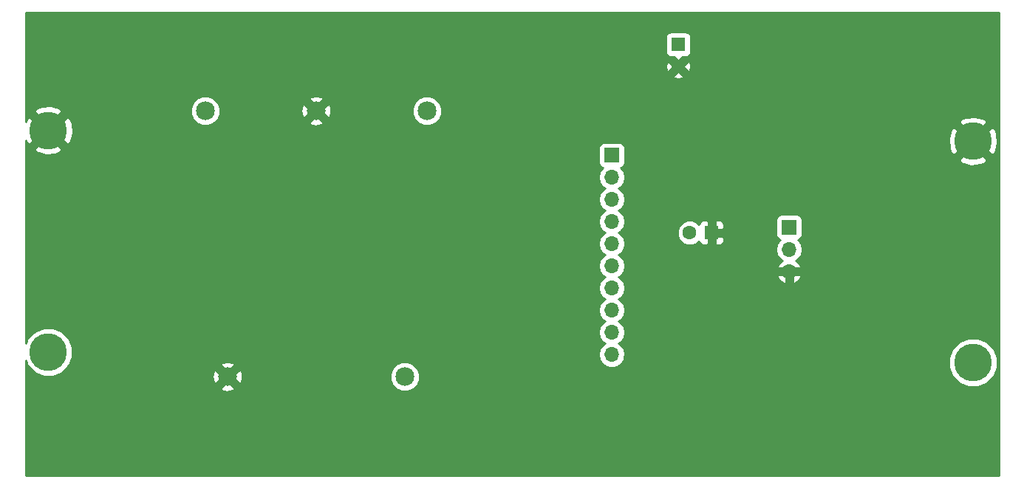
<source format=gbr>
%TF.GenerationSoftware,KiCad,Pcbnew,(5.0.0)*%
%TF.CreationDate,2019-02-20T22:56:50-06:00*%
%TF.ProjectId,HVSignalAmplifier,48565369676E616C416D706C69666965,rev?*%
%TF.SameCoordinates,Original*%
%TF.FileFunction,Copper,L2,Bot,Signal*%
%TF.FilePolarity,Positive*%
%FSLAX46Y46*%
G04 Gerber Fmt 4.6, Leading zero omitted, Abs format (unit mm)*
G04 Created by KiCad (PCBNEW (5.0.0)) date 02/20/19 22:56:50*
%MOMM*%
%LPD*%
G01*
G04 APERTURE LIST*
%ADD10C,2.159000*%
%ADD11C,4.318000*%
%ADD12R,1.600000X1.600000*%
%ADD13C,1.600000*%
%ADD14R,1.700000X1.700000*%
%ADD15O,1.700000X1.700000*%
%ADD16C,0.800000*%
%ADD17C,0.254000*%
G04 APERTURE END LIST*
D10*
X133756400Y-119380000D03*
X113436400Y-119380000D03*
X136296400Y-88900000D03*
X110896400Y-88900000D03*
X123596400Y-88900000D03*
D11*
X92913200Y-116535200D03*
X92913200Y-91135200D03*
D12*
X168910000Y-102870000D03*
D13*
X166410000Y-102870000D03*
X165100000Y-83780000D03*
D12*
X165100000Y-81280000D03*
D11*
X198882000Y-92354400D03*
X198882000Y-117754400D03*
D14*
X157480000Y-93980000D03*
D15*
X157480000Y-96520000D03*
X157480000Y-99060000D03*
X157480000Y-101600000D03*
X157480000Y-104140000D03*
X157480000Y-106680000D03*
X157480000Y-109220000D03*
X157480000Y-111760000D03*
X157480000Y-114300000D03*
X157480000Y-116840000D03*
D14*
X177800000Y-102235000D03*
D15*
X177800000Y-104775000D03*
X177800000Y-107315000D03*
D16*
X163195000Y-97155000D03*
X152400000Y-86360000D03*
X152400000Y-85090000D03*
X184150000Y-91440000D03*
X182880000Y-91440000D03*
D17*
G36*
X201803000Y-130683000D02*
X90297000Y-130683000D01*
X90297000Y-120740471D01*
X112614745Y-120740471D01*
X112741836Y-120984181D01*
X113408599Y-121127868D01*
X114079596Y-121005457D01*
X114130964Y-120984181D01*
X114258055Y-120740471D01*
X113436400Y-119918815D01*
X112614745Y-120740471D01*
X90297000Y-120740471D01*
X90297000Y-119352199D01*
X111688532Y-119352199D01*
X111810943Y-120023196D01*
X111832219Y-120074564D01*
X112075929Y-120201655D01*
X112897585Y-119380000D01*
X113975215Y-119380000D01*
X114796871Y-120201655D01*
X115040581Y-120074564D01*
X115184268Y-119407801D01*
X115116981Y-119038965D01*
X132041900Y-119038965D01*
X132041900Y-119721035D01*
X132302917Y-120351186D01*
X132785214Y-120833483D01*
X133415365Y-121094500D01*
X134097435Y-121094500D01*
X134727586Y-120833483D01*
X135209883Y-120351186D01*
X135470900Y-119721035D01*
X135470900Y-119038965D01*
X135209883Y-118408814D01*
X134727586Y-117926517D01*
X134097435Y-117665500D01*
X133415365Y-117665500D01*
X132785214Y-117926517D01*
X132302917Y-118408814D01*
X132041900Y-119038965D01*
X115116981Y-119038965D01*
X115061857Y-118736804D01*
X115040581Y-118685436D01*
X114796871Y-118558345D01*
X113975215Y-119380000D01*
X112897585Y-119380000D01*
X112075929Y-118558345D01*
X111832219Y-118685436D01*
X111688532Y-119352199D01*
X90297000Y-119352199D01*
X90297000Y-117520208D01*
X90544561Y-118117874D01*
X91330526Y-118903839D01*
X92357439Y-119329200D01*
X93468961Y-119329200D01*
X94495874Y-118903839D01*
X95281839Y-118117874D01*
X95322574Y-118019529D01*
X112614745Y-118019529D01*
X113436400Y-118841185D01*
X114258055Y-118019529D01*
X114130964Y-117775819D01*
X113464201Y-117632132D01*
X112793204Y-117754543D01*
X112741836Y-117775819D01*
X112614745Y-118019529D01*
X95322574Y-118019529D01*
X95707200Y-117090961D01*
X95707200Y-115979439D01*
X95281839Y-114952526D01*
X94495874Y-114166561D01*
X93468961Y-113741200D01*
X92357439Y-113741200D01*
X91330526Y-114166561D01*
X90544561Y-114952526D01*
X90297000Y-115550192D01*
X90297000Y-96520000D01*
X155965908Y-96520000D01*
X156081161Y-97099418D01*
X156409375Y-97590625D01*
X156707761Y-97790000D01*
X156409375Y-97989375D01*
X156081161Y-98480582D01*
X155965908Y-99060000D01*
X156081161Y-99639418D01*
X156409375Y-100130625D01*
X156707761Y-100330000D01*
X156409375Y-100529375D01*
X156081161Y-101020582D01*
X155965908Y-101600000D01*
X156081161Y-102179418D01*
X156409375Y-102670625D01*
X156707761Y-102870000D01*
X156409375Y-103069375D01*
X156081161Y-103560582D01*
X155965908Y-104140000D01*
X156081161Y-104719418D01*
X156409375Y-105210625D01*
X156707761Y-105410000D01*
X156409375Y-105609375D01*
X156081161Y-106100582D01*
X155965908Y-106680000D01*
X156081161Y-107259418D01*
X156409375Y-107750625D01*
X156707761Y-107950000D01*
X156409375Y-108149375D01*
X156081161Y-108640582D01*
X155965908Y-109220000D01*
X156081161Y-109799418D01*
X156409375Y-110290625D01*
X156707761Y-110490000D01*
X156409375Y-110689375D01*
X156081161Y-111180582D01*
X155965908Y-111760000D01*
X156081161Y-112339418D01*
X156409375Y-112830625D01*
X156707761Y-113030000D01*
X156409375Y-113229375D01*
X156081161Y-113720582D01*
X155965908Y-114300000D01*
X156081161Y-114879418D01*
X156409375Y-115370625D01*
X156707761Y-115570000D01*
X156409375Y-115769375D01*
X156081161Y-116260582D01*
X155965908Y-116840000D01*
X156081161Y-117419418D01*
X156409375Y-117910625D01*
X156900582Y-118238839D01*
X157333744Y-118325000D01*
X157626256Y-118325000D01*
X158059418Y-118238839D01*
X158550625Y-117910625D01*
X158878839Y-117419418D01*
X158922754Y-117198639D01*
X196088000Y-117198639D01*
X196088000Y-118310161D01*
X196513361Y-119337074D01*
X197299326Y-120123039D01*
X198326239Y-120548400D01*
X199437761Y-120548400D01*
X200464674Y-120123039D01*
X201250639Y-119337074D01*
X201676000Y-118310161D01*
X201676000Y-117198639D01*
X201250639Y-116171726D01*
X200464674Y-115385761D01*
X199437761Y-114960400D01*
X198326239Y-114960400D01*
X197299326Y-115385761D01*
X196513361Y-116171726D01*
X196088000Y-117198639D01*
X158922754Y-117198639D01*
X158994092Y-116840000D01*
X158878839Y-116260582D01*
X158550625Y-115769375D01*
X158252239Y-115570000D01*
X158550625Y-115370625D01*
X158878839Y-114879418D01*
X158994092Y-114300000D01*
X158878839Y-113720582D01*
X158550625Y-113229375D01*
X158252239Y-113030000D01*
X158550625Y-112830625D01*
X158878839Y-112339418D01*
X158994092Y-111760000D01*
X158878839Y-111180582D01*
X158550625Y-110689375D01*
X158252239Y-110490000D01*
X158550625Y-110290625D01*
X158878839Y-109799418D01*
X158994092Y-109220000D01*
X158878839Y-108640582D01*
X158550625Y-108149375D01*
X158252239Y-107950000D01*
X158303366Y-107915838D01*
X176441980Y-107915838D01*
X176725191Y-108339741D01*
X177199157Y-108673049D01*
X177419000Y-108591572D01*
X177419000Y-107696000D01*
X178181000Y-107696000D01*
X178181000Y-108591572D01*
X178400843Y-108673049D01*
X178874809Y-108339741D01*
X179158020Y-107915838D01*
X179070346Y-107696000D01*
X178181000Y-107696000D01*
X177419000Y-107696000D01*
X176529654Y-107696000D01*
X176441980Y-107915838D01*
X158303366Y-107915838D01*
X158550625Y-107750625D01*
X158878839Y-107259418D01*
X158994092Y-106680000D01*
X158878839Y-106100582D01*
X158550625Y-105609375D01*
X158252239Y-105410000D01*
X158550625Y-105210625D01*
X158841700Y-104775000D01*
X176285908Y-104775000D01*
X176401161Y-105354418D01*
X176729375Y-105845625D01*
X177051446Y-106060826D01*
X176725191Y-106290259D01*
X176441980Y-106714162D01*
X176529654Y-106934000D01*
X177419000Y-106934000D01*
X177419000Y-106914000D01*
X178181000Y-106914000D01*
X178181000Y-106934000D01*
X179070346Y-106934000D01*
X179158020Y-106714162D01*
X178874809Y-106290259D01*
X178548554Y-106060826D01*
X178870625Y-105845625D01*
X179198839Y-105354418D01*
X179314092Y-104775000D01*
X179198839Y-104195582D01*
X178870625Y-103704375D01*
X178852381Y-103692184D01*
X178897765Y-103683157D01*
X179107809Y-103542809D01*
X179248157Y-103332765D01*
X179297440Y-103085000D01*
X179297440Y-101385000D01*
X179248157Y-101137235D01*
X179107809Y-100927191D01*
X178897765Y-100786843D01*
X178650000Y-100737560D01*
X176950000Y-100737560D01*
X176702235Y-100786843D01*
X176492191Y-100927191D01*
X176351843Y-101137235D01*
X176302560Y-101385000D01*
X176302560Y-103085000D01*
X176351843Y-103332765D01*
X176492191Y-103542809D01*
X176702235Y-103683157D01*
X176747619Y-103692184D01*
X176729375Y-103704375D01*
X176401161Y-104195582D01*
X176285908Y-104775000D01*
X158841700Y-104775000D01*
X158878839Y-104719418D01*
X158994092Y-104140000D01*
X158878839Y-103560582D01*
X158550625Y-103069375D01*
X158252239Y-102870000D01*
X158550625Y-102670625D01*
X158608131Y-102584561D01*
X164975000Y-102584561D01*
X164975000Y-103155439D01*
X165193466Y-103682862D01*
X165597138Y-104086534D01*
X166124561Y-104305000D01*
X166695439Y-104305000D01*
X167222862Y-104086534D01*
X167486155Y-103823241D01*
X167571673Y-104029699D01*
X167750302Y-104208327D01*
X167983691Y-104305000D01*
X168370250Y-104305000D01*
X168529000Y-104146250D01*
X168529000Y-103251000D01*
X169291000Y-103251000D01*
X169291000Y-104146250D01*
X169449750Y-104305000D01*
X169836309Y-104305000D01*
X170069698Y-104208327D01*
X170248327Y-104029699D01*
X170345000Y-103796310D01*
X170345000Y-103409750D01*
X170186250Y-103251000D01*
X169291000Y-103251000D01*
X168529000Y-103251000D01*
X168509000Y-103251000D01*
X168509000Y-102489000D01*
X168529000Y-102489000D01*
X168529000Y-101593750D01*
X169291000Y-101593750D01*
X169291000Y-102489000D01*
X170186250Y-102489000D01*
X170345000Y-102330250D01*
X170345000Y-101943690D01*
X170248327Y-101710301D01*
X170069698Y-101531673D01*
X169836309Y-101435000D01*
X169449750Y-101435000D01*
X169291000Y-101593750D01*
X168529000Y-101593750D01*
X168370250Y-101435000D01*
X167983691Y-101435000D01*
X167750302Y-101531673D01*
X167571673Y-101710301D01*
X167486155Y-101916759D01*
X167222862Y-101653466D01*
X166695439Y-101435000D01*
X166124561Y-101435000D01*
X165597138Y-101653466D01*
X165193466Y-102057138D01*
X164975000Y-102584561D01*
X158608131Y-102584561D01*
X158878839Y-102179418D01*
X158994092Y-101600000D01*
X158878839Y-101020582D01*
X158550625Y-100529375D01*
X158252239Y-100330000D01*
X158550625Y-100130625D01*
X158878839Y-99639418D01*
X158994092Y-99060000D01*
X158878839Y-98480582D01*
X158550625Y-97989375D01*
X158252239Y-97790000D01*
X158550625Y-97590625D01*
X158878839Y-97099418D01*
X158994092Y-96520000D01*
X158878839Y-95940582D01*
X158550625Y-95449375D01*
X158532381Y-95437184D01*
X158577765Y-95428157D01*
X158787809Y-95287809D01*
X158928157Y-95077765D01*
X158977440Y-94830000D01*
X158977440Y-94506741D01*
X197268474Y-94506741D01*
X197530832Y-94862318D01*
X198593423Y-95188484D01*
X199699946Y-95083186D01*
X200233168Y-94862318D01*
X200495526Y-94506741D01*
X198882000Y-92893215D01*
X197268474Y-94506741D01*
X158977440Y-94506741D01*
X158977440Y-93130000D01*
X158928157Y-92882235D01*
X158787809Y-92672191D01*
X158577765Y-92531843D01*
X158330000Y-92482560D01*
X156630000Y-92482560D01*
X156382235Y-92531843D01*
X156172191Y-92672191D01*
X156031843Y-92882235D01*
X155982560Y-93130000D01*
X155982560Y-94830000D01*
X156031843Y-95077765D01*
X156172191Y-95287809D01*
X156382235Y-95428157D01*
X156427619Y-95437184D01*
X156409375Y-95449375D01*
X156081161Y-95940582D01*
X155965908Y-96520000D01*
X90297000Y-96520000D01*
X90297000Y-93287541D01*
X91299674Y-93287541D01*
X91562032Y-93643118D01*
X92624623Y-93969284D01*
X93731146Y-93863986D01*
X94264368Y-93643118D01*
X94526726Y-93287541D01*
X92913200Y-91674015D01*
X91299674Y-93287541D01*
X90297000Y-93287541D01*
X90297000Y-92224952D01*
X90405282Y-92486368D01*
X90760859Y-92748726D01*
X92374385Y-91135200D01*
X93452015Y-91135200D01*
X95065541Y-92748726D01*
X95421118Y-92486368D01*
X95550205Y-92065823D01*
X196047916Y-92065823D01*
X196153214Y-93172346D01*
X196374082Y-93705568D01*
X196729659Y-93967926D01*
X198343185Y-92354400D01*
X199420815Y-92354400D01*
X201034341Y-93967926D01*
X201389918Y-93705568D01*
X201716084Y-92642977D01*
X201610786Y-91536454D01*
X201389918Y-91003232D01*
X201034341Y-90740874D01*
X199420815Y-92354400D01*
X198343185Y-92354400D01*
X196729659Y-90740874D01*
X196374082Y-91003232D01*
X196047916Y-92065823D01*
X95550205Y-92065823D01*
X95747284Y-91423777D01*
X95641986Y-90317254D01*
X95421118Y-89784032D01*
X95065541Y-89521674D01*
X93452015Y-91135200D01*
X92374385Y-91135200D01*
X90760859Y-89521674D01*
X90405282Y-89784032D01*
X90297000Y-90136796D01*
X90297000Y-88982859D01*
X91299674Y-88982859D01*
X92913200Y-90596385D01*
X94526726Y-88982859D01*
X94264368Y-88627282D01*
X94041804Y-88558965D01*
X109181900Y-88558965D01*
X109181900Y-89241035D01*
X109442917Y-89871186D01*
X109925214Y-90353483D01*
X110555365Y-90614500D01*
X111237435Y-90614500D01*
X111867586Y-90353483D01*
X111960598Y-90260471D01*
X122774745Y-90260471D01*
X122901836Y-90504181D01*
X123568599Y-90647868D01*
X124239596Y-90525457D01*
X124290964Y-90504181D01*
X124418055Y-90260471D01*
X123596400Y-89438815D01*
X122774745Y-90260471D01*
X111960598Y-90260471D01*
X112349883Y-89871186D01*
X112610900Y-89241035D01*
X112610900Y-88872199D01*
X121848532Y-88872199D01*
X121970943Y-89543196D01*
X121992219Y-89594564D01*
X122235929Y-89721655D01*
X123057585Y-88900000D01*
X124135215Y-88900000D01*
X124956871Y-89721655D01*
X125200581Y-89594564D01*
X125344268Y-88927801D01*
X125276981Y-88558965D01*
X134581900Y-88558965D01*
X134581900Y-89241035D01*
X134842917Y-89871186D01*
X135325214Y-90353483D01*
X135955365Y-90614500D01*
X136637435Y-90614500D01*
X137267586Y-90353483D01*
X137419010Y-90202059D01*
X197268474Y-90202059D01*
X198882000Y-91815585D01*
X200495526Y-90202059D01*
X200233168Y-89846482D01*
X199170577Y-89520316D01*
X198064054Y-89625614D01*
X197530832Y-89846482D01*
X197268474Y-90202059D01*
X137419010Y-90202059D01*
X137749883Y-89871186D01*
X138010900Y-89241035D01*
X138010900Y-88558965D01*
X137749883Y-87928814D01*
X137267586Y-87446517D01*
X136637435Y-87185500D01*
X135955365Y-87185500D01*
X135325214Y-87446517D01*
X134842917Y-87928814D01*
X134581900Y-88558965D01*
X125276981Y-88558965D01*
X125221857Y-88256804D01*
X125200581Y-88205436D01*
X124956871Y-88078345D01*
X124135215Y-88900000D01*
X123057585Y-88900000D01*
X122235929Y-88078345D01*
X121992219Y-88205436D01*
X121848532Y-88872199D01*
X112610900Y-88872199D01*
X112610900Y-88558965D01*
X112349883Y-87928814D01*
X111960598Y-87539529D01*
X122774745Y-87539529D01*
X123596400Y-88361185D01*
X124418055Y-87539529D01*
X124290964Y-87295819D01*
X123624201Y-87152132D01*
X122953204Y-87274543D01*
X122901836Y-87295819D01*
X122774745Y-87539529D01*
X111960598Y-87539529D01*
X111867586Y-87446517D01*
X111237435Y-87185500D01*
X110555365Y-87185500D01*
X109925214Y-87446517D01*
X109442917Y-87928814D01*
X109181900Y-88558965D01*
X94041804Y-88558965D01*
X93201777Y-88301116D01*
X92095254Y-88406414D01*
X91562032Y-88627282D01*
X91299674Y-88982859D01*
X90297000Y-88982859D01*
X90297000Y-84931508D01*
X164487308Y-84931508D01*
X164577909Y-85146792D01*
X165140700Y-85242547D01*
X165622091Y-85146792D01*
X165712692Y-84931508D01*
X165100000Y-84318815D01*
X164487308Y-84931508D01*
X90297000Y-84931508D01*
X90297000Y-83820700D01*
X163637453Y-83820700D01*
X163733208Y-84302091D01*
X163948492Y-84392692D01*
X164561185Y-83780000D01*
X165638815Y-83780000D01*
X166251508Y-84392692D01*
X166466792Y-84302091D01*
X166562547Y-83739300D01*
X166466792Y-83257909D01*
X166251508Y-83167308D01*
X165638815Y-83780000D01*
X164561185Y-83780000D01*
X163948492Y-83167308D01*
X163733208Y-83257909D01*
X163637453Y-83820700D01*
X90297000Y-83820700D01*
X90297000Y-80480000D01*
X163652560Y-80480000D01*
X163652560Y-82080000D01*
X163701843Y-82327765D01*
X163842191Y-82537809D01*
X164052235Y-82678157D01*
X164300000Y-82727440D01*
X164586256Y-82727440D01*
X165100000Y-83241185D01*
X165613744Y-82727440D01*
X165900000Y-82727440D01*
X166147765Y-82678157D01*
X166357809Y-82537809D01*
X166498157Y-82327765D01*
X166547440Y-82080000D01*
X166547440Y-80480000D01*
X166498157Y-80232235D01*
X166357809Y-80022191D01*
X166147765Y-79881843D01*
X165900000Y-79832560D01*
X164300000Y-79832560D01*
X164052235Y-79881843D01*
X163842191Y-80022191D01*
X163701843Y-80232235D01*
X163652560Y-80480000D01*
X90297000Y-80480000D01*
X90297000Y-77597000D01*
X201803000Y-77597000D01*
X201803000Y-130683000D01*
X201803000Y-130683000D01*
G37*
X201803000Y-130683000D02*
X90297000Y-130683000D01*
X90297000Y-120740471D01*
X112614745Y-120740471D01*
X112741836Y-120984181D01*
X113408599Y-121127868D01*
X114079596Y-121005457D01*
X114130964Y-120984181D01*
X114258055Y-120740471D01*
X113436400Y-119918815D01*
X112614745Y-120740471D01*
X90297000Y-120740471D01*
X90297000Y-119352199D01*
X111688532Y-119352199D01*
X111810943Y-120023196D01*
X111832219Y-120074564D01*
X112075929Y-120201655D01*
X112897585Y-119380000D01*
X113975215Y-119380000D01*
X114796871Y-120201655D01*
X115040581Y-120074564D01*
X115184268Y-119407801D01*
X115116981Y-119038965D01*
X132041900Y-119038965D01*
X132041900Y-119721035D01*
X132302917Y-120351186D01*
X132785214Y-120833483D01*
X133415365Y-121094500D01*
X134097435Y-121094500D01*
X134727586Y-120833483D01*
X135209883Y-120351186D01*
X135470900Y-119721035D01*
X135470900Y-119038965D01*
X135209883Y-118408814D01*
X134727586Y-117926517D01*
X134097435Y-117665500D01*
X133415365Y-117665500D01*
X132785214Y-117926517D01*
X132302917Y-118408814D01*
X132041900Y-119038965D01*
X115116981Y-119038965D01*
X115061857Y-118736804D01*
X115040581Y-118685436D01*
X114796871Y-118558345D01*
X113975215Y-119380000D01*
X112897585Y-119380000D01*
X112075929Y-118558345D01*
X111832219Y-118685436D01*
X111688532Y-119352199D01*
X90297000Y-119352199D01*
X90297000Y-117520208D01*
X90544561Y-118117874D01*
X91330526Y-118903839D01*
X92357439Y-119329200D01*
X93468961Y-119329200D01*
X94495874Y-118903839D01*
X95281839Y-118117874D01*
X95322574Y-118019529D01*
X112614745Y-118019529D01*
X113436400Y-118841185D01*
X114258055Y-118019529D01*
X114130964Y-117775819D01*
X113464201Y-117632132D01*
X112793204Y-117754543D01*
X112741836Y-117775819D01*
X112614745Y-118019529D01*
X95322574Y-118019529D01*
X95707200Y-117090961D01*
X95707200Y-115979439D01*
X95281839Y-114952526D01*
X94495874Y-114166561D01*
X93468961Y-113741200D01*
X92357439Y-113741200D01*
X91330526Y-114166561D01*
X90544561Y-114952526D01*
X90297000Y-115550192D01*
X90297000Y-96520000D01*
X155965908Y-96520000D01*
X156081161Y-97099418D01*
X156409375Y-97590625D01*
X156707761Y-97790000D01*
X156409375Y-97989375D01*
X156081161Y-98480582D01*
X155965908Y-99060000D01*
X156081161Y-99639418D01*
X156409375Y-100130625D01*
X156707761Y-100330000D01*
X156409375Y-100529375D01*
X156081161Y-101020582D01*
X155965908Y-101600000D01*
X156081161Y-102179418D01*
X156409375Y-102670625D01*
X156707761Y-102870000D01*
X156409375Y-103069375D01*
X156081161Y-103560582D01*
X155965908Y-104140000D01*
X156081161Y-104719418D01*
X156409375Y-105210625D01*
X156707761Y-105410000D01*
X156409375Y-105609375D01*
X156081161Y-106100582D01*
X155965908Y-106680000D01*
X156081161Y-107259418D01*
X156409375Y-107750625D01*
X156707761Y-107950000D01*
X156409375Y-108149375D01*
X156081161Y-108640582D01*
X155965908Y-109220000D01*
X156081161Y-109799418D01*
X156409375Y-110290625D01*
X156707761Y-110490000D01*
X156409375Y-110689375D01*
X156081161Y-111180582D01*
X155965908Y-111760000D01*
X156081161Y-112339418D01*
X156409375Y-112830625D01*
X156707761Y-113030000D01*
X156409375Y-113229375D01*
X156081161Y-113720582D01*
X155965908Y-114300000D01*
X156081161Y-114879418D01*
X156409375Y-115370625D01*
X156707761Y-115570000D01*
X156409375Y-115769375D01*
X156081161Y-116260582D01*
X155965908Y-116840000D01*
X156081161Y-117419418D01*
X156409375Y-117910625D01*
X156900582Y-118238839D01*
X157333744Y-118325000D01*
X157626256Y-118325000D01*
X158059418Y-118238839D01*
X158550625Y-117910625D01*
X158878839Y-117419418D01*
X158922754Y-117198639D01*
X196088000Y-117198639D01*
X196088000Y-118310161D01*
X196513361Y-119337074D01*
X197299326Y-120123039D01*
X198326239Y-120548400D01*
X199437761Y-120548400D01*
X200464674Y-120123039D01*
X201250639Y-119337074D01*
X201676000Y-118310161D01*
X201676000Y-117198639D01*
X201250639Y-116171726D01*
X200464674Y-115385761D01*
X199437761Y-114960400D01*
X198326239Y-114960400D01*
X197299326Y-115385761D01*
X196513361Y-116171726D01*
X196088000Y-117198639D01*
X158922754Y-117198639D01*
X158994092Y-116840000D01*
X158878839Y-116260582D01*
X158550625Y-115769375D01*
X158252239Y-115570000D01*
X158550625Y-115370625D01*
X158878839Y-114879418D01*
X158994092Y-114300000D01*
X158878839Y-113720582D01*
X158550625Y-113229375D01*
X158252239Y-113030000D01*
X158550625Y-112830625D01*
X158878839Y-112339418D01*
X158994092Y-111760000D01*
X158878839Y-111180582D01*
X158550625Y-110689375D01*
X158252239Y-110490000D01*
X158550625Y-110290625D01*
X158878839Y-109799418D01*
X158994092Y-109220000D01*
X158878839Y-108640582D01*
X158550625Y-108149375D01*
X158252239Y-107950000D01*
X158303366Y-107915838D01*
X176441980Y-107915838D01*
X176725191Y-108339741D01*
X177199157Y-108673049D01*
X177419000Y-108591572D01*
X177419000Y-107696000D01*
X178181000Y-107696000D01*
X178181000Y-108591572D01*
X178400843Y-108673049D01*
X178874809Y-108339741D01*
X179158020Y-107915838D01*
X179070346Y-107696000D01*
X178181000Y-107696000D01*
X177419000Y-107696000D01*
X176529654Y-107696000D01*
X176441980Y-107915838D01*
X158303366Y-107915838D01*
X158550625Y-107750625D01*
X158878839Y-107259418D01*
X158994092Y-106680000D01*
X158878839Y-106100582D01*
X158550625Y-105609375D01*
X158252239Y-105410000D01*
X158550625Y-105210625D01*
X158841700Y-104775000D01*
X176285908Y-104775000D01*
X176401161Y-105354418D01*
X176729375Y-105845625D01*
X177051446Y-106060826D01*
X176725191Y-106290259D01*
X176441980Y-106714162D01*
X176529654Y-106934000D01*
X177419000Y-106934000D01*
X177419000Y-106914000D01*
X178181000Y-106914000D01*
X178181000Y-106934000D01*
X179070346Y-106934000D01*
X179158020Y-106714162D01*
X178874809Y-106290259D01*
X178548554Y-106060826D01*
X178870625Y-105845625D01*
X179198839Y-105354418D01*
X179314092Y-104775000D01*
X179198839Y-104195582D01*
X178870625Y-103704375D01*
X178852381Y-103692184D01*
X178897765Y-103683157D01*
X179107809Y-103542809D01*
X179248157Y-103332765D01*
X179297440Y-103085000D01*
X179297440Y-101385000D01*
X179248157Y-101137235D01*
X179107809Y-100927191D01*
X178897765Y-100786843D01*
X178650000Y-100737560D01*
X176950000Y-100737560D01*
X176702235Y-100786843D01*
X176492191Y-100927191D01*
X176351843Y-101137235D01*
X176302560Y-101385000D01*
X176302560Y-103085000D01*
X176351843Y-103332765D01*
X176492191Y-103542809D01*
X176702235Y-103683157D01*
X176747619Y-103692184D01*
X176729375Y-103704375D01*
X176401161Y-104195582D01*
X176285908Y-104775000D01*
X158841700Y-104775000D01*
X158878839Y-104719418D01*
X158994092Y-104140000D01*
X158878839Y-103560582D01*
X158550625Y-103069375D01*
X158252239Y-102870000D01*
X158550625Y-102670625D01*
X158608131Y-102584561D01*
X164975000Y-102584561D01*
X164975000Y-103155439D01*
X165193466Y-103682862D01*
X165597138Y-104086534D01*
X166124561Y-104305000D01*
X166695439Y-104305000D01*
X167222862Y-104086534D01*
X167486155Y-103823241D01*
X167571673Y-104029699D01*
X167750302Y-104208327D01*
X167983691Y-104305000D01*
X168370250Y-104305000D01*
X168529000Y-104146250D01*
X168529000Y-103251000D01*
X169291000Y-103251000D01*
X169291000Y-104146250D01*
X169449750Y-104305000D01*
X169836309Y-104305000D01*
X170069698Y-104208327D01*
X170248327Y-104029699D01*
X170345000Y-103796310D01*
X170345000Y-103409750D01*
X170186250Y-103251000D01*
X169291000Y-103251000D01*
X168529000Y-103251000D01*
X168509000Y-103251000D01*
X168509000Y-102489000D01*
X168529000Y-102489000D01*
X168529000Y-101593750D01*
X169291000Y-101593750D01*
X169291000Y-102489000D01*
X170186250Y-102489000D01*
X170345000Y-102330250D01*
X170345000Y-101943690D01*
X170248327Y-101710301D01*
X170069698Y-101531673D01*
X169836309Y-101435000D01*
X169449750Y-101435000D01*
X169291000Y-101593750D01*
X168529000Y-101593750D01*
X168370250Y-101435000D01*
X167983691Y-101435000D01*
X167750302Y-101531673D01*
X167571673Y-101710301D01*
X167486155Y-101916759D01*
X167222862Y-101653466D01*
X166695439Y-101435000D01*
X166124561Y-101435000D01*
X165597138Y-101653466D01*
X165193466Y-102057138D01*
X164975000Y-102584561D01*
X158608131Y-102584561D01*
X158878839Y-102179418D01*
X158994092Y-101600000D01*
X158878839Y-101020582D01*
X158550625Y-100529375D01*
X158252239Y-100330000D01*
X158550625Y-100130625D01*
X158878839Y-99639418D01*
X158994092Y-99060000D01*
X158878839Y-98480582D01*
X158550625Y-97989375D01*
X158252239Y-97790000D01*
X158550625Y-97590625D01*
X158878839Y-97099418D01*
X158994092Y-96520000D01*
X158878839Y-95940582D01*
X158550625Y-95449375D01*
X158532381Y-95437184D01*
X158577765Y-95428157D01*
X158787809Y-95287809D01*
X158928157Y-95077765D01*
X158977440Y-94830000D01*
X158977440Y-94506741D01*
X197268474Y-94506741D01*
X197530832Y-94862318D01*
X198593423Y-95188484D01*
X199699946Y-95083186D01*
X200233168Y-94862318D01*
X200495526Y-94506741D01*
X198882000Y-92893215D01*
X197268474Y-94506741D01*
X158977440Y-94506741D01*
X158977440Y-93130000D01*
X158928157Y-92882235D01*
X158787809Y-92672191D01*
X158577765Y-92531843D01*
X158330000Y-92482560D01*
X156630000Y-92482560D01*
X156382235Y-92531843D01*
X156172191Y-92672191D01*
X156031843Y-92882235D01*
X155982560Y-93130000D01*
X155982560Y-94830000D01*
X156031843Y-95077765D01*
X156172191Y-95287809D01*
X156382235Y-95428157D01*
X156427619Y-95437184D01*
X156409375Y-95449375D01*
X156081161Y-95940582D01*
X155965908Y-96520000D01*
X90297000Y-96520000D01*
X90297000Y-93287541D01*
X91299674Y-93287541D01*
X91562032Y-93643118D01*
X92624623Y-93969284D01*
X93731146Y-93863986D01*
X94264368Y-93643118D01*
X94526726Y-93287541D01*
X92913200Y-91674015D01*
X91299674Y-93287541D01*
X90297000Y-93287541D01*
X90297000Y-92224952D01*
X90405282Y-92486368D01*
X90760859Y-92748726D01*
X92374385Y-91135200D01*
X93452015Y-91135200D01*
X95065541Y-92748726D01*
X95421118Y-92486368D01*
X95550205Y-92065823D01*
X196047916Y-92065823D01*
X196153214Y-93172346D01*
X196374082Y-93705568D01*
X196729659Y-93967926D01*
X198343185Y-92354400D01*
X199420815Y-92354400D01*
X201034341Y-93967926D01*
X201389918Y-93705568D01*
X201716084Y-92642977D01*
X201610786Y-91536454D01*
X201389918Y-91003232D01*
X201034341Y-90740874D01*
X199420815Y-92354400D01*
X198343185Y-92354400D01*
X196729659Y-90740874D01*
X196374082Y-91003232D01*
X196047916Y-92065823D01*
X95550205Y-92065823D01*
X95747284Y-91423777D01*
X95641986Y-90317254D01*
X95421118Y-89784032D01*
X95065541Y-89521674D01*
X93452015Y-91135200D01*
X92374385Y-91135200D01*
X90760859Y-89521674D01*
X90405282Y-89784032D01*
X90297000Y-90136796D01*
X90297000Y-88982859D01*
X91299674Y-88982859D01*
X92913200Y-90596385D01*
X94526726Y-88982859D01*
X94264368Y-88627282D01*
X94041804Y-88558965D01*
X109181900Y-88558965D01*
X109181900Y-89241035D01*
X109442917Y-89871186D01*
X109925214Y-90353483D01*
X110555365Y-90614500D01*
X111237435Y-90614500D01*
X111867586Y-90353483D01*
X111960598Y-90260471D01*
X122774745Y-90260471D01*
X122901836Y-90504181D01*
X123568599Y-90647868D01*
X124239596Y-90525457D01*
X124290964Y-90504181D01*
X124418055Y-90260471D01*
X123596400Y-89438815D01*
X122774745Y-90260471D01*
X111960598Y-90260471D01*
X112349883Y-89871186D01*
X112610900Y-89241035D01*
X112610900Y-88872199D01*
X121848532Y-88872199D01*
X121970943Y-89543196D01*
X121992219Y-89594564D01*
X122235929Y-89721655D01*
X123057585Y-88900000D01*
X124135215Y-88900000D01*
X124956871Y-89721655D01*
X125200581Y-89594564D01*
X125344268Y-88927801D01*
X125276981Y-88558965D01*
X134581900Y-88558965D01*
X134581900Y-89241035D01*
X134842917Y-89871186D01*
X135325214Y-90353483D01*
X135955365Y-90614500D01*
X136637435Y-90614500D01*
X137267586Y-90353483D01*
X137419010Y-90202059D01*
X197268474Y-90202059D01*
X198882000Y-91815585D01*
X200495526Y-90202059D01*
X200233168Y-89846482D01*
X199170577Y-89520316D01*
X198064054Y-89625614D01*
X197530832Y-89846482D01*
X197268474Y-90202059D01*
X137419010Y-90202059D01*
X137749883Y-89871186D01*
X138010900Y-89241035D01*
X138010900Y-88558965D01*
X137749883Y-87928814D01*
X137267586Y-87446517D01*
X136637435Y-87185500D01*
X135955365Y-87185500D01*
X135325214Y-87446517D01*
X134842917Y-87928814D01*
X134581900Y-88558965D01*
X125276981Y-88558965D01*
X125221857Y-88256804D01*
X125200581Y-88205436D01*
X124956871Y-88078345D01*
X124135215Y-88900000D01*
X123057585Y-88900000D01*
X122235929Y-88078345D01*
X121992219Y-88205436D01*
X121848532Y-88872199D01*
X112610900Y-88872199D01*
X112610900Y-88558965D01*
X112349883Y-87928814D01*
X111960598Y-87539529D01*
X122774745Y-87539529D01*
X123596400Y-88361185D01*
X124418055Y-87539529D01*
X124290964Y-87295819D01*
X123624201Y-87152132D01*
X122953204Y-87274543D01*
X122901836Y-87295819D01*
X122774745Y-87539529D01*
X111960598Y-87539529D01*
X111867586Y-87446517D01*
X111237435Y-87185500D01*
X110555365Y-87185500D01*
X109925214Y-87446517D01*
X109442917Y-87928814D01*
X109181900Y-88558965D01*
X94041804Y-88558965D01*
X93201777Y-88301116D01*
X92095254Y-88406414D01*
X91562032Y-88627282D01*
X91299674Y-88982859D01*
X90297000Y-88982859D01*
X90297000Y-84931508D01*
X164487308Y-84931508D01*
X164577909Y-85146792D01*
X165140700Y-85242547D01*
X165622091Y-85146792D01*
X165712692Y-84931508D01*
X165100000Y-84318815D01*
X164487308Y-84931508D01*
X90297000Y-84931508D01*
X90297000Y-83820700D01*
X163637453Y-83820700D01*
X163733208Y-84302091D01*
X163948492Y-84392692D01*
X164561185Y-83780000D01*
X165638815Y-83780000D01*
X166251508Y-84392692D01*
X166466792Y-84302091D01*
X166562547Y-83739300D01*
X166466792Y-83257909D01*
X166251508Y-83167308D01*
X165638815Y-83780000D01*
X164561185Y-83780000D01*
X163948492Y-83167308D01*
X163733208Y-83257909D01*
X163637453Y-83820700D01*
X90297000Y-83820700D01*
X90297000Y-80480000D01*
X163652560Y-80480000D01*
X163652560Y-82080000D01*
X163701843Y-82327765D01*
X163842191Y-82537809D01*
X164052235Y-82678157D01*
X164300000Y-82727440D01*
X164586256Y-82727440D01*
X165100000Y-83241185D01*
X165613744Y-82727440D01*
X165900000Y-82727440D01*
X166147765Y-82678157D01*
X166357809Y-82537809D01*
X166498157Y-82327765D01*
X166547440Y-82080000D01*
X166547440Y-80480000D01*
X166498157Y-80232235D01*
X166357809Y-80022191D01*
X166147765Y-79881843D01*
X165900000Y-79832560D01*
X164300000Y-79832560D01*
X164052235Y-79881843D01*
X163842191Y-80022191D01*
X163701843Y-80232235D01*
X163652560Y-80480000D01*
X90297000Y-80480000D01*
X90297000Y-77597000D01*
X201803000Y-77597000D01*
X201803000Y-130683000D01*
M02*

</source>
